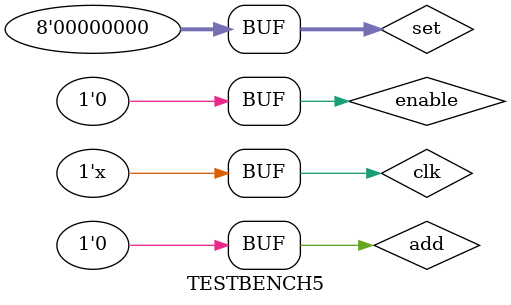
<source format=v>
`timescale 1ns / 1ps

module TESTBENCH5();
    reg clk;
    reg [7:0] set;
    reg add;
    wire [31:0] timer_out_origin;
    wire [31:0] alarm_out;
    wire alarms;
    reg enable;
    
    
    always #5 clk = ~clk;
    
    initial begin
       clk = 0;
       add = 0;
       enable =0;
       set = 8'b00000010;
       #10
       add = 1;
       #10
       add = 0;
       #10
       add = 1;
       #10
       add = 0;
       set = 0;
       
    end
    TIMER timer(clk, 0, 0, timer_carry, timer_out_origin);
    ALARM alarm1(clk ,set , add, enable, timer_out_origin, alarm_out, alarms);


endmodule



</source>
